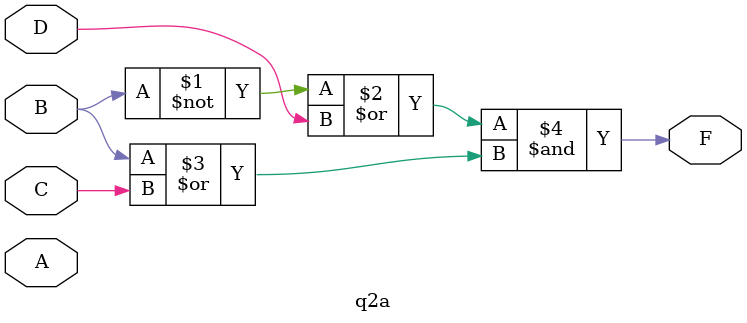
<source format=v>
module q2a(A,B,C,D,F);
input A,B,C,D;
output F;
assign F =(~B|D)&(B|C);
endmodule

</source>
